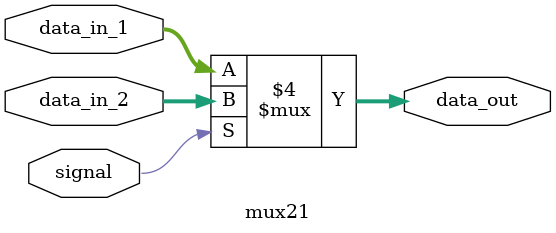
<source format=v>

module mux21 (data_out, data_in_1, data_in_2, signal);

    parameter size=32;

    input [size-1:0] data_in_1, data_in_2;
    input signal;
    output [size-1:0] data_out;

    reg [size-1:0] data_out;

    always @(data_in_1 or data_in_2 or signal) begin
        if (signal==0) data_out=data_in_1;
        else data_out=data_in_2;
        //$display("mux choose: %h from %h, %h with signal %b", data_out, data_in_1, data_in_2, signal);
    end

endmodule
</source>
